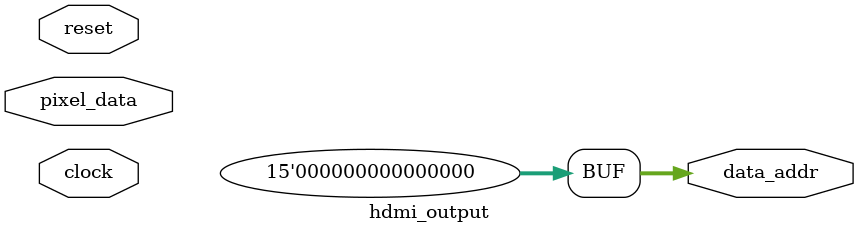
<source format=v>
`default_nettype none

module hdmi_output #(
  parameter DATA_WIDTH=2,
  parameter ADDR_WIDTH=15
)(
  input wire clock,
  input wire reset,

  output    [ADDR_WIDTH-1:0] data_addr,
  input     [DATA_WIDTH-1:0] pixel_data
);

    assign data_addr = 15'b0;

endmodule

</source>
